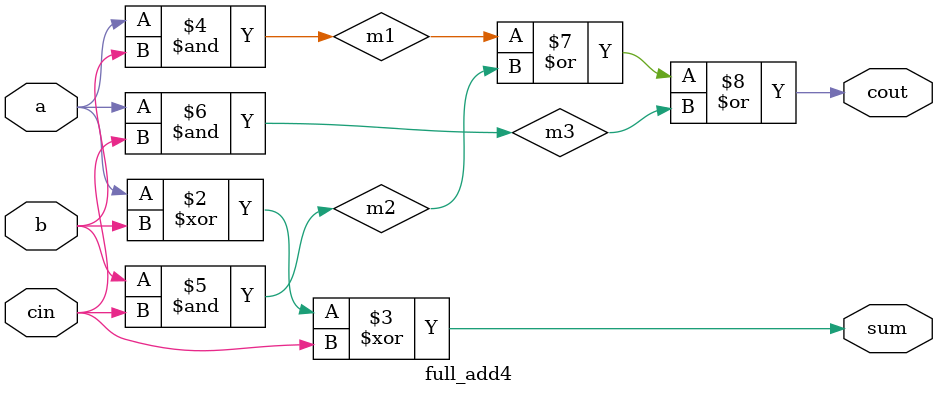
<source format=v>
module full_add4(a,b,cin,sum,cout);
input a,b,cin;
output sum,cout;
reg sum,cout;
reg m1,m2,m3;

always @(a or b or cin)
begin
sum = (a ^ b) ^ cin;
m1 = a & b;
m2 = b & cin;
m3 = a & cin;
cout = (m1|m2)|m3;
end
endmodule

</source>
